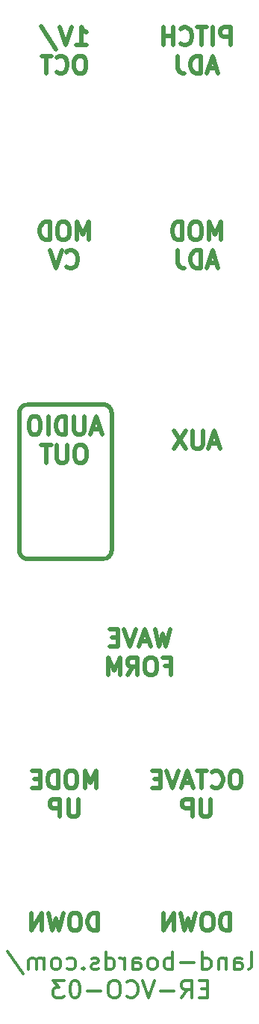
<source format=gbo>
%TF.GenerationSoftware,KiCad,Pcbnew,(6.0.1)*%
%TF.CreationDate,2022-10-17T21:56:24-04:00*%
%TF.ProjectId,ER-VCO-03_PANEL,45522d56-434f-42d3-9033-5f50414e454c,1*%
%TF.SameCoordinates,Original*%
%TF.FileFunction,Legend,Bot*%
%TF.FilePolarity,Positive*%
%FSLAX46Y46*%
G04 Gerber Fmt 4.6, Leading zero omitted, Abs format (unit mm)*
G04 Created by KiCad (PCBNEW (6.0.1)) date 2022-10-17 21:56:24*
%MOMM*%
%LPD*%
G01*
G04 APERTURE LIST*
%ADD10C,0.500000*%
%ADD11C,0.350000*%
G04 APERTURE END LIST*
D10*
X3500000Y-55000000D02*
G75*
G03*
X2500000Y-56000000I1J-1000001D01*
G01*
X3500000Y-55000000D02*
X12000000Y-55000000D01*
X12000000Y-72500000D02*
X3500000Y-72500000D01*
X13000000Y-56000000D02*
X13000000Y-71500000D01*
X12000000Y-72500000D02*
G75*
G03*
X13000000Y-71500000I-1J1000001D01*
G01*
X2500000Y-71500000D02*
G75*
G03*
X3500000Y-72500000I1000001J1D01*
G01*
X2500000Y-71500000D02*
X2500000Y-56000000D01*
X13000000Y-56000000D02*
G75*
G03*
X12000000Y-55000000I-1000001J-1D01*
G01*
X8987333Y-14394761D02*
X10130190Y-14394761D01*
X9558761Y-14394761D02*
X9558761Y-12394761D01*
X9749238Y-12680476D01*
X9939714Y-12870952D01*
X10130190Y-12966190D01*
X8415904Y-12394761D02*
X7749238Y-14394761D01*
X7082571Y-12394761D01*
X4987333Y-12299523D02*
X6701619Y-14870952D01*
X9606380Y-15614761D02*
X9225428Y-15614761D01*
X9034952Y-15710000D01*
X8844476Y-15900476D01*
X8749238Y-16281428D01*
X8749238Y-16948095D01*
X8844476Y-17329047D01*
X9034952Y-17519523D01*
X9225428Y-17614761D01*
X9606380Y-17614761D01*
X9796857Y-17519523D01*
X9987333Y-17329047D01*
X10082571Y-16948095D01*
X10082571Y-16281428D01*
X9987333Y-15900476D01*
X9796857Y-15710000D01*
X9606380Y-15614761D01*
X6749238Y-17424285D02*
X6844476Y-17519523D01*
X7130190Y-17614761D01*
X7320666Y-17614761D01*
X7606380Y-17519523D01*
X7796857Y-17329047D01*
X7892095Y-17138571D01*
X7987333Y-16757619D01*
X7987333Y-16471904D01*
X7892095Y-16090952D01*
X7796857Y-15900476D01*
X7606380Y-15710000D01*
X7320666Y-15614761D01*
X7130190Y-15614761D01*
X6844476Y-15710000D01*
X6749238Y-15805238D01*
X6177809Y-15614761D02*
X5034952Y-15614761D01*
X5606380Y-17614761D02*
X5606380Y-15614761D01*
X26415904Y-114504761D02*
X26415904Y-112504761D01*
X25939714Y-112504761D01*
X25653999Y-112600000D01*
X25463523Y-112790476D01*
X25368285Y-112980952D01*
X25273047Y-113361904D01*
X25273047Y-113647619D01*
X25368285Y-114028571D01*
X25463523Y-114219047D01*
X25653999Y-114409523D01*
X25939714Y-114504761D01*
X26415904Y-114504761D01*
X24034952Y-112504761D02*
X23653999Y-112504761D01*
X23463523Y-112600000D01*
X23273047Y-112790476D01*
X23177809Y-113171428D01*
X23177809Y-113838095D01*
X23273047Y-114219047D01*
X23463523Y-114409523D01*
X23653999Y-114504761D01*
X24034952Y-114504761D01*
X24225428Y-114409523D01*
X24415904Y-114219047D01*
X24511142Y-113838095D01*
X24511142Y-113171428D01*
X24415904Y-112790476D01*
X24225428Y-112600000D01*
X24034952Y-112504761D01*
X22511142Y-112504761D02*
X22034952Y-114504761D01*
X21653999Y-113076190D01*
X21273047Y-114504761D01*
X20796857Y-112504761D01*
X20034952Y-114504761D02*
X20034952Y-112504761D01*
X18892095Y-114504761D01*
X18892095Y-112504761D01*
X27225428Y-96394761D02*
X26844476Y-96394761D01*
X26654000Y-96490000D01*
X26463523Y-96680476D01*
X26368285Y-97061428D01*
X26368285Y-97728095D01*
X26463523Y-98109047D01*
X26654000Y-98299523D01*
X26844476Y-98394761D01*
X27225428Y-98394761D01*
X27415904Y-98299523D01*
X27606380Y-98109047D01*
X27701619Y-97728095D01*
X27701619Y-97061428D01*
X27606380Y-96680476D01*
X27415904Y-96490000D01*
X27225428Y-96394761D01*
X24368285Y-98204285D02*
X24463523Y-98299523D01*
X24749238Y-98394761D01*
X24939714Y-98394761D01*
X25225428Y-98299523D01*
X25415904Y-98109047D01*
X25511142Y-97918571D01*
X25606380Y-97537619D01*
X25606380Y-97251904D01*
X25511142Y-96870952D01*
X25415904Y-96680476D01*
X25225428Y-96490000D01*
X24939714Y-96394761D01*
X24749238Y-96394761D01*
X24463523Y-96490000D01*
X24368285Y-96585238D01*
X23796857Y-96394761D02*
X22654000Y-96394761D01*
X23225428Y-98394761D02*
X23225428Y-96394761D01*
X22082571Y-97823333D02*
X21130190Y-97823333D01*
X22273047Y-98394761D02*
X21606380Y-96394761D01*
X20939714Y-98394761D01*
X20558761Y-96394761D02*
X19892095Y-98394761D01*
X19225428Y-96394761D01*
X18558761Y-97347142D02*
X17892095Y-97347142D01*
X17606380Y-98394761D02*
X18558761Y-98394761D01*
X18558761Y-96394761D01*
X17606380Y-96394761D01*
X24225428Y-99614761D02*
X24225428Y-101233809D01*
X24130190Y-101424285D01*
X24034952Y-101519523D01*
X23844476Y-101614761D01*
X23463523Y-101614761D01*
X23273047Y-101519523D01*
X23177809Y-101424285D01*
X23082571Y-101233809D01*
X23082571Y-99614761D01*
X22130190Y-101614761D02*
X22130190Y-99614761D01*
X21368285Y-99614761D01*
X21177809Y-99710000D01*
X21082571Y-99805238D01*
X20987333Y-99995714D01*
X20987333Y-100281428D01*
X21082571Y-100471904D01*
X21177809Y-100567142D01*
X21368285Y-100662380D01*
X22130190Y-100662380D01*
X10368285Y-36394761D02*
X10368285Y-34394761D01*
X9701619Y-35823333D01*
X9034952Y-34394761D01*
X9034952Y-36394761D01*
X7701619Y-34394761D02*
X7320666Y-34394761D01*
X7130190Y-34490000D01*
X6939714Y-34680476D01*
X6844476Y-35061428D01*
X6844476Y-35728095D01*
X6939714Y-36109047D01*
X7130190Y-36299523D01*
X7320666Y-36394761D01*
X7701619Y-36394761D01*
X7892095Y-36299523D01*
X8082571Y-36109047D01*
X8177809Y-35728095D01*
X8177809Y-35061428D01*
X8082571Y-34680476D01*
X7892095Y-34490000D01*
X7701619Y-34394761D01*
X5987333Y-36394761D02*
X5987333Y-34394761D01*
X5511142Y-34394761D01*
X5225428Y-34490000D01*
X5034952Y-34680476D01*
X4939714Y-34870952D01*
X4844476Y-35251904D01*
X4844476Y-35537619D01*
X4939714Y-35918571D01*
X5034952Y-36109047D01*
X5225428Y-36299523D01*
X5511142Y-36394761D01*
X5987333Y-36394761D01*
X7892095Y-39424285D02*
X7987333Y-39519523D01*
X8273047Y-39614761D01*
X8463523Y-39614761D01*
X8749238Y-39519523D01*
X8939714Y-39329047D01*
X9034952Y-39138571D01*
X9130190Y-38757619D01*
X9130190Y-38471904D01*
X9034952Y-38090952D01*
X8939714Y-37900476D01*
X8749238Y-37710000D01*
X8463523Y-37614761D01*
X8273047Y-37614761D01*
X7987333Y-37710000D01*
X7892095Y-37805238D01*
X7320666Y-37614761D02*
X6654000Y-39614761D01*
X5987333Y-37614761D01*
X26463523Y-14394761D02*
X26463523Y-12394761D01*
X25701619Y-12394761D01*
X25511142Y-12490000D01*
X25415904Y-12585238D01*
X25320666Y-12775714D01*
X25320666Y-13061428D01*
X25415904Y-13251904D01*
X25511142Y-13347142D01*
X25701619Y-13442380D01*
X26463523Y-13442380D01*
X24463523Y-14394761D02*
X24463523Y-12394761D01*
X23796857Y-12394761D02*
X22654000Y-12394761D01*
X23225428Y-14394761D02*
X23225428Y-12394761D01*
X20844476Y-14204285D02*
X20939714Y-14299523D01*
X21225428Y-14394761D01*
X21415904Y-14394761D01*
X21701619Y-14299523D01*
X21892095Y-14109047D01*
X21987333Y-13918571D01*
X22082571Y-13537619D01*
X22082571Y-13251904D01*
X21987333Y-12870952D01*
X21892095Y-12680476D01*
X21701619Y-12490000D01*
X21415904Y-12394761D01*
X21225428Y-12394761D01*
X20939714Y-12490000D01*
X20844476Y-12585238D01*
X19987333Y-14394761D02*
X19987333Y-12394761D01*
X19987333Y-13347142D02*
X18844476Y-13347142D01*
X18844476Y-14394761D02*
X18844476Y-12394761D01*
X24892095Y-17043333D02*
X23939714Y-17043333D01*
X25082571Y-17614761D02*
X24415904Y-15614761D01*
X23749238Y-17614761D01*
X23082571Y-17614761D02*
X23082571Y-15614761D01*
X22606380Y-15614761D01*
X22320666Y-15710000D01*
X22130190Y-15900476D01*
X22034952Y-16090952D01*
X21939714Y-16471904D01*
X21939714Y-16757619D01*
X22034952Y-17138571D01*
X22130190Y-17329047D01*
X22320666Y-17519523D01*
X22606380Y-17614761D01*
X23082571Y-17614761D01*
X20511142Y-15614761D02*
X20511142Y-17043333D01*
X20606380Y-17329047D01*
X20796857Y-17519523D01*
X21082571Y-17614761D01*
X21273047Y-17614761D01*
X11701619Y-57823333D02*
X10749238Y-57823333D01*
X11892095Y-58394761D02*
X11225428Y-56394761D01*
X10558761Y-58394761D01*
X9892095Y-56394761D02*
X9892095Y-58013809D01*
X9796857Y-58204285D01*
X9701619Y-58299523D01*
X9511142Y-58394761D01*
X9130190Y-58394761D01*
X8939714Y-58299523D01*
X8844476Y-58204285D01*
X8749238Y-58013809D01*
X8749238Y-56394761D01*
X7796857Y-58394761D02*
X7796857Y-56394761D01*
X7320666Y-56394761D01*
X7034952Y-56490000D01*
X6844476Y-56680476D01*
X6749238Y-56870952D01*
X6654000Y-57251904D01*
X6654000Y-57537619D01*
X6749238Y-57918571D01*
X6844476Y-58109047D01*
X7034952Y-58299523D01*
X7320666Y-58394761D01*
X7796857Y-58394761D01*
X5796857Y-58394761D02*
X5796857Y-56394761D01*
X4463523Y-56394761D02*
X4082571Y-56394761D01*
X3892095Y-56490000D01*
X3701619Y-56680476D01*
X3606380Y-57061428D01*
X3606380Y-57728095D01*
X3701619Y-58109047D01*
X3892095Y-58299523D01*
X4082571Y-58394761D01*
X4463523Y-58394761D01*
X4654000Y-58299523D01*
X4844476Y-58109047D01*
X4939714Y-57728095D01*
X4939714Y-57061428D01*
X4844476Y-56680476D01*
X4654000Y-56490000D01*
X4463523Y-56394761D01*
X9654000Y-59614761D02*
X9273047Y-59614761D01*
X9082571Y-59710000D01*
X8892095Y-59900476D01*
X8796857Y-60281428D01*
X8796857Y-60948095D01*
X8892095Y-61329047D01*
X9082571Y-61519523D01*
X9273047Y-61614761D01*
X9654000Y-61614761D01*
X9844476Y-61519523D01*
X10034952Y-61329047D01*
X10130190Y-60948095D01*
X10130190Y-60281428D01*
X10034952Y-59900476D01*
X9844476Y-59710000D01*
X9654000Y-59614761D01*
X7939714Y-59614761D02*
X7939714Y-61233809D01*
X7844476Y-61424285D01*
X7749238Y-61519523D01*
X7558761Y-61614761D01*
X7177809Y-61614761D01*
X6987333Y-61519523D01*
X6892095Y-61424285D01*
X6796857Y-61233809D01*
X6796857Y-59614761D01*
X6130190Y-59614761D02*
X4987333Y-59614761D01*
X5558761Y-61614761D02*
X5558761Y-59614761D01*
X25130190Y-59433333D02*
X24177809Y-59433333D01*
X25320666Y-60004761D02*
X24654000Y-58004761D01*
X23987333Y-60004761D01*
X23320666Y-58004761D02*
X23320666Y-59623809D01*
X23225428Y-59814285D01*
X23130190Y-59909523D01*
X22939714Y-60004761D01*
X22558761Y-60004761D01*
X22368285Y-59909523D01*
X22273047Y-59814285D01*
X22177809Y-59623809D01*
X22177809Y-58004761D01*
X21415904Y-58004761D02*
X20082571Y-60004761D01*
X20082571Y-58004761D02*
X21415904Y-60004761D01*
X11415904Y-114504761D02*
X11415904Y-112504761D01*
X10939714Y-112504761D01*
X10654000Y-112600000D01*
X10463523Y-112790476D01*
X10368285Y-112980952D01*
X10273047Y-113361904D01*
X10273047Y-113647619D01*
X10368285Y-114028571D01*
X10463523Y-114219047D01*
X10654000Y-114409523D01*
X10939714Y-114504761D01*
X11415904Y-114504761D01*
X9034952Y-112504761D02*
X8654000Y-112504761D01*
X8463523Y-112600000D01*
X8273047Y-112790476D01*
X8177809Y-113171428D01*
X8177809Y-113838095D01*
X8273047Y-114219047D01*
X8463523Y-114409523D01*
X8654000Y-114504761D01*
X9034952Y-114504761D01*
X9225428Y-114409523D01*
X9415904Y-114219047D01*
X9511142Y-113838095D01*
X9511142Y-113171428D01*
X9415904Y-112790476D01*
X9225428Y-112600000D01*
X9034952Y-112504761D01*
X7511142Y-112504761D02*
X7034952Y-114504761D01*
X6653999Y-113076190D01*
X6273047Y-114504761D01*
X5796857Y-112504761D01*
X5034952Y-114504761D02*
X5034952Y-112504761D01*
X3892095Y-114504761D01*
X3892095Y-112504761D01*
X25368285Y-36394761D02*
X25368285Y-34394761D01*
X24701619Y-35823333D01*
X24034952Y-34394761D01*
X24034952Y-36394761D01*
X22701619Y-34394761D02*
X22320666Y-34394761D01*
X22130190Y-34490000D01*
X21939714Y-34680476D01*
X21844476Y-35061428D01*
X21844476Y-35728095D01*
X21939714Y-36109047D01*
X22130190Y-36299523D01*
X22320666Y-36394761D01*
X22701619Y-36394761D01*
X22892095Y-36299523D01*
X23082571Y-36109047D01*
X23177809Y-35728095D01*
X23177809Y-35061428D01*
X23082571Y-34680476D01*
X22892095Y-34490000D01*
X22701619Y-34394761D01*
X20987333Y-36394761D02*
X20987333Y-34394761D01*
X20511142Y-34394761D01*
X20225428Y-34490000D01*
X20034952Y-34680476D01*
X19939714Y-34870952D01*
X19844476Y-35251904D01*
X19844476Y-35537619D01*
X19939714Y-35918571D01*
X20034952Y-36109047D01*
X20225428Y-36299523D01*
X20511142Y-36394761D01*
X20987333Y-36394761D01*
X24892095Y-39043333D02*
X23939714Y-39043333D01*
X25082571Y-39614761D02*
X24415904Y-37614761D01*
X23749238Y-39614761D01*
X23082571Y-39614761D02*
X23082571Y-37614761D01*
X22606380Y-37614761D01*
X22320666Y-37710000D01*
X22130190Y-37900476D01*
X22034952Y-38090952D01*
X21939714Y-38471904D01*
X21939714Y-38757619D01*
X22034952Y-39138571D01*
X22130190Y-39329047D01*
X22320666Y-39519523D01*
X22606380Y-39614761D01*
X23082571Y-39614761D01*
X20511142Y-37614761D02*
X20511142Y-39043333D01*
X20606380Y-39329047D01*
X20796857Y-39519523D01*
X21082571Y-39614761D01*
X21273047Y-39614761D01*
X19630190Y-80394761D02*
X19154000Y-82394761D01*
X18773047Y-80966190D01*
X18392095Y-82394761D01*
X17915904Y-80394761D01*
X17249238Y-81823333D02*
X16296857Y-81823333D01*
X17439714Y-82394761D02*
X16773047Y-80394761D01*
X16106380Y-82394761D01*
X15725428Y-80394761D02*
X15058761Y-82394761D01*
X14392095Y-80394761D01*
X13725428Y-81347142D02*
X13058761Y-81347142D01*
X12773047Y-82394761D02*
X13725428Y-82394761D01*
X13725428Y-80394761D01*
X12773047Y-80394761D01*
X19058761Y-84567142D02*
X19725428Y-84567142D01*
X19725428Y-85614761D02*
X19725428Y-83614761D01*
X18773047Y-83614761D01*
X17630190Y-83614761D02*
X17249238Y-83614761D01*
X17058761Y-83710000D01*
X16868285Y-83900476D01*
X16773047Y-84281428D01*
X16773047Y-84948095D01*
X16868285Y-85329047D01*
X17058761Y-85519523D01*
X17249238Y-85614761D01*
X17630190Y-85614761D01*
X17820666Y-85519523D01*
X18011142Y-85329047D01*
X18106380Y-84948095D01*
X18106380Y-84281428D01*
X18011142Y-83900476D01*
X17820666Y-83710000D01*
X17630190Y-83614761D01*
X14773047Y-85614761D02*
X15439714Y-84662380D01*
X15915904Y-85614761D02*
X15915904Y-83614761D01*
X15154000Y-83614761D01*
X14963523Y-83710000D01*
X14868285Y-83805238D01*
X14773047Y-83995714D01*
X14773047Y-84281428D01*
X14868285Y-84471904D01*
X14963523Y-84567142D01*
X15154000Y-84662380D01*
X15915904Y-84662380D01*
X13915904Y-85614761D02*
X13915904Y-83614761D01*
X13249238Y-85043333D01*
X12582571Y-83614761D01*
X12582571Y-85614761D01*
X11273047Y-98394761D02*
X11273047Y-96394761D01*
X10606380Y-97823333D01*
X9939714Y-96394761D01*
X9939714Y-98394761D01*
X8606380Y-96394761D02*
X8225428Y-96394761D01*
X8034952Y-96490000D01*
X7844476Y-96680476D01*
X7749238Y-97061428D01*
X7749238Y-97728095D01*
X7844476Y-98109047D01*
X8034952Y-98299523D01*
X8225428Y-98394761D01*
X8606380Y-98394761D01*
X8796857Y-98299523D01*
X8987333Y-98109047D01*
X9082571Y-97728095D01*
X9082571Y-97061428D01*
X8987333Y-96680476D01*
X8796857Y-96490000D01*
X8606380Y-96394761D01*
X6892095Y-98394761D02*
X6892095Y-96394761D01*
X6415904Y-96394761D01*
X6130190Y-96490000D01*
X5939714Y-96680476D01*
X5844476Y-96870952D01*
X5749238Y-97251904D01*
X5749238Y-97537619D01*
X5844476Y-97918571D01*
X5939714Y-98109047D01*
X6130190Y-98299523D01*
X6415904Y-98394761D01*
X6892095Y-98394761D01*
X4892095Y-97347142D02*
X4225428Y-97347142D01*
X3939714Y-98394761D02*
X4892095Y-98394761D01*
X4892095Y-96394761D01*
X3939714Y-96394761D01*
X9225428Y-99614761D02*
X9225428Y-101233809D01*
X9130190Y-101424285D01*
X9034952Y-101519523D01*
X8844476Y-101614761D01*
X8463523Y-101614761D01*
X8273047Y-101519523D01*
X8177809Y-101424285D01*
X8082571Y-101233809D01*
X8082571Y-99614761D01*
X7130190Y-101614761D02*
X7130190Y-99614761D01*
X6368285Y-99614761D01*
X6177809Y-99710000D01*
X6082571Y-99805238D01*
X5987333Y-99995714D01*
X5987333Y-100281428D01*
X6082571Y-100471904D01*
X6177809Y-100567142D01*
X6368285Y-100662380D01*
X7130190Y-100662380D01*
D11*
X28534952Y-118894761D02*
X28725428Y-118799523D01*
X28820666Y-118609047D01*
X28820666Y-116894761D01*
X26915904Y-118894761D02*
X26915904Y-117847142D01*
X27011142Y-117656666D01*
X27201619Y-117561428D01*
X27582571Y-117561428D01*
X27773047Y-117656666D01*
X26915904Y-118799523D02*
X27106380Y-118894761D01*
X27582571Y-118894761D01*
X27773047Y-118799523D01*
X27868285Y-118609047D01*
X27868285Y-118418571D01*
X27773047Y-118228095D01*
X27582571Y-118132857D01*
X27106380Y-118132857D01*
X26915904Y-118037619D01*
X25963523Y-117561428D02*
X25963523Y-118894761D01*
X25963523Y-117751904D02*
X25868285Y-117656666D01*
X25677809Y-117561428D01*
X25392095Y-117561428D01*
X25201619Y-117656666D01*
X25106380Y-117847142D01*
X25106380Y-118894761D01*
X23296857Y-118894761D02*
X23296857Y-116894761D01*
X23296857Y-118799523D02*
X23487333Y-118894761D01*
X23868285Y-118894761D01*
X24058761Y-118799523D01*
X24154000Y-118704285D01*
X24249238Y-118513809D01*
X24249238Y-117942380D01*
X24154000Y-117751904D01*
X24058761Y-117656666D01*
X23868285Y-117561428D01*
X23487333Y-117561428D01*
X23296857Y-117656666D01*
X22344476Y-118132857D02*
X20820666Y-118132857D01*
X19868285Y-118894761D02*
X19868285Y-116894761D01*
X19868285Y-117656666D02*
X19677809Y-117561428D01*
X19296857Y-117561428D01*
X19106380Y-117656666D01*
X19011142Y-117751904D01*
X18915904Y-117942380D01*
X18915904Y-118513809D01*
X19011142Y-118704285D01*
X19106380Y-118799523D01*
X19296857Y-118894761D01*
X19677809Y-118894761D01*
X19868285Y-118799523D01*
X17773047Y-118894761D02*
X17963523Y-118799523D01*
X18058761Y-118704285D01*
X18154000Y-118513809D01*
X18154000Y-117942380D01*
X18058761Y-117751904D01*
X17963523Y-117656666D01*
X17773047Y-117561428D01*
X17487333Y-117561428D01*
X17296857Y-117656666D01*
X17201619Y-117751904D01*
X17106380Y-117942380D01*
X17106380Y-118513809D01*
X17201619Y-118704285D01*
X17296857Y-118799523D01*
X17487333Y-118894761D01*
X17773047Y-118894761D01*
X15392095Y-118894761D02*
X15392095Y-117847142D01*
X15487333Y-117656666D01*
X15677809Y-117561428D01*
X16058761Y-117561428D01*
X16249238Y-117656666D01*
X15392095Y-118799523D02*
X15582571Y-118894761D01*
X16058761Y-118894761D01*
X16249238Y-118799523D01*
X16344476Y-118609047D01*
X16344476Y-118418571D01*
X16249238Y-118228095D01*
X16058761Y-118132857D01*
X15582571Y-118132857D01*
X15392095Y-118037619D01*
X14439714Y-118894761D02*
X14439714Y-117561428D01*
X14439714Y-117942380D02*
X14344476Y-117751904D01*
X14249238Y-117656666D01*
X14058761Y-117561428D01*
X13868285Y-117561428D01*
X12344476Y-118894761D02*
X12344476Y-116894761D01*
X12344476Y-118799523D02*
X12534952Y-118894761D01*
X12915904Y-118894761D01*
X13106380Y-118799523D01*
X13201619Y-118704285D01*
X13296857Y-118513809D01*
X13296857Y-117942380D01*
X13201619Y-117751904D01*
X13106380Y-117656666D01*
X12915904Y-117561428D01*
X12534952Y-117561428D01*
X12344476Y-117656666D01*
X11487333Y-118799523D02*
X11296857Y-118894761D01*
X10915904Y-118894761D01*
X10725428Y-118799523D01*
X10630190Y-118609047D01*
X10630190Y-118513809D01*
X10725428Y-118323333D01*
X10915904Y-118228095D01*
X11201619Y-118228095D01*
X11392095Y-118132857D01*
X11487333Y-117942380D01*
X11487333Y-117847142D01*
X11392095Y-117656666D01*
X11201619Y-117561428D01*
X10915904Y-117561428D01*
X10725428Y-117656666D01*
X9773047Y-118704285D02*
X9677809Y-118799523D01*
X9773047Y-118894761D01*
X9868285Y-118799523D01*
X9773047Y-118704285D01*
X9773047Y-118894761D01*
X7963523Y-118799523D02*
X8153999Y-118894761D01*
X8534952Y-118894761D01*
X8725428Y-118799523D01*
X8820666Y-118704285D01*
X8915904Y-118513809D01*
X8915904Y-117942380D01*
X8820666Y-117751904D01*
X8725428Y-117656666D01*
X8534952Y-117561428D01*
X8153999Y-117561428D01*
X7963523Y-117656666D01*
X6820666Y-118894761D02*
X7011142Y-118799523D01*
X7106380Y-118704285D01*
X7201619Y-118513809D01*
X7201619Y-117942380D01*
X7106380Y-117751904D01*
X7011142Y-117656666D01*
X6820666Y-117561428D01*
X6534952Y-117561428D01*
X6344476Y-117656666D01*
X6249238Y-117751904D01*
X6154000Y-117942380D01*
X6154000Y-118513809D01*
X6249238Y-118704285D01*
X6344476Y-118799523D01*
X6534952Y-118894761D01*
X6820666Y-118894761D01*
X5296857Y-118894761D02*
X5296857Y-117561428D01*
X5296857Y-117751904D02*
X5201619Y-117656666D01*
X5011142Y-117561428D01*
X4725428Y-117561428D01*
X4534952Y-117656666D01*
X4439714Y-117847142D01*
X4439714Y-118894761D01*
X4439714Y-117847142D02*
X4344476Y-117656666D01*
X4153999Y-117561428D01*
X3868285Y-117561428D01*
X3677809Y-117656666D01*
X3582571Y-117847142D01*
X3582571Y-118894761D01*
X1201619Y-116799523D02*
X2915904Y-119370952D01*
X23868285Y-121067142D02*
X23201619Y-121067142D01*
X22915904Y-122114761D02*
X23868285Y-122114761D01*
X23868285Y-120114761D01*
X22915904Y-120114761D01*
X20915904Y-122114761D02*
X21582571Y-121162380D01*
X22058761Y-122114761D02*
X22058761Y-120114761D01*
X21296857Y-120114761D01*
X21106380Y-120210000D01*
X21011142Y-120305238D01*
X20915904Y-120495714D01*
X20915904Y-120781428D01*
X21011142Y-120971904D01*
X21106380Y-121067142D01*
X21296857Y-121162380D01*
X22058761Y-121162380D01*
X20058761Y-121352857D02*
X18534952Y-121352857D01*
X17868285Y-120114761D02*
X17201619Y-122114761D01*
X16534952Y-120114761D01*
X14725428Y-121924285D02*
X14820666Y-122019523D01*
X15106380Y-122114761D01*
X15296857Y-122114761D01*
X15582571Y-122019523D01*
X15773047Y-121829047D01*
X15868285Y-121638571D01*
X15963523Y-121257619D01*
X15963523Y-120971904D01*
X15868285Y-120590952D01*
X15773047Y-120400476D01*
X15582571Y-120210000D01*
X15296857Y-120114761D01*
X15106380Y-120114761D01*
X14820666Y-120210000D01*
X14725428Y-120305238D01*
X13487333Y-120114761D02*
X13106380Y-120114761D01*
X12915904Y-120210000D01*
X12725428Y-120400476D01*
X12630190Y-120781428D01*
X12630190Y-121448095D01*
X12725428Y-121829047D01*
X12915904Y-122019523D01*
X13106380Y-122114761D01*
X13487333Y-122114761D01*
X13677809Y-122019523D01*
X13868285Y-121829047D01*
X13963523Y-121448095D01*
X13963523Y-120781428D01*
X13868285Y-120400476D01*
X13677809Y-120210000D01*
X13487333Y-120114761D01*
X11773047Y-121352857D02*
X10249238Y-121352857D01*
X8915904Y-120114761D02*
X8725428Y-120114761D01*
X8534952Y-120210000D01*
X8439714Y-120305238D01*
X8344476Y-120495714D01*
X8249238Y-120876666D01*
X8249238Y-121352857D01*
X8344476Y-121733809D01*
X8439714Y-121924285D01*
X8534952Y-122019523D01*
X8725428Y-122114761D01*
X8915904Y-122114761D01*
X9106380Y-122019523D01*
X9201619Y-121924285D01*
X9296857Y-121733809D01*
X9392095Y-121352857D01*
X9392095Y-120876666D01*
X9296857Y-120495714D01*
X9201619Y-120305238D01*
X9106380Y-120210000D01*
X8915904Y-120114761D01*
X7582571Y-120114761D02*
X6344476Y-120114761D01*
X7011142Y-120876666D01*
X6725428Y-120876666D01*
X6534952Y-120971904D01*
X6439714Y-121067142D01*
X6344476Y-121257619D01*
X6344476Y-121733809D01*
X6439714Y-121924285D01*
X6534952Y-122019523D01*
X6725428Y-122114761D01*
X7296857Y-122114761D01*
X7487333Y-122019523D01*
X7582571Y-121924285D01*
M02*

</source>
